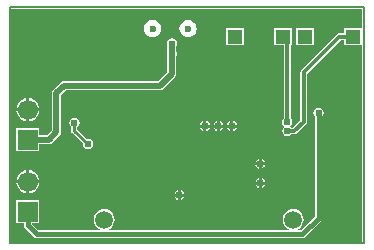
<source format=gbl>
G04*
G04 #@! TF.GenerationSoftware,Altium Limited,Altium Designer,20.0.1 (14)*
G04*
G04 Layer_Physical_Order=2*
G04 Layer_Color=16711680*
%FSLAX24Y24*%
%MOIN*%
G70*
G01*
G75*
%ADD15C,0.0060*%
%ADD16R,0.0500X0.0472*%
%ADD66C,0.0200*%
%ADD67C,0.0150*%
%ADD68C,0.0120*%
%ADD69C,0.0100*%
%ADD70C,0.0236*%
%ADD71R,0.0669X0.0669*%
%ADD72C,0.0669*%
%ADD73C,0.0240*%
%ADD74C,0.0591*%
G36*
X11750Y50D02*
X50D01*
Y7800D01*
X11750D01*
Y50D01*
D02*
G37*
%LPC*%
G36*
X5941Y7439D02*
X5866Y7429D01*
X5796Y7400D01*
X5736Y7354D01*
X5691Y7294D01*
X5662Y7225D01*
X5652Y7150D01*
X5662Y7075D01*
X5691Y7006D01*
X5736Y6946D01*
X5796Y6900D01*
X5866Y6871D01*
X5941Y6861D01*
X6015Y6871D01*
X6085Y6900D01*
X6145Y6946D01*
X6191Y7006D01*
X6219Y7075D01*
X6229Y7150D01*
X6219Y7225D01*
X6191Y7294D01*
X6145Y7354D01*
X6085Y7400D01*
X6015Y7429D01*
X5941Y7439D01*
D02*
G37*
G36*
X4759D02*
X4685Y7429D01*
X4615Y7400D01*
X4555Y7354D01*
X4509Y7294D01*
X4481Y7225D01*
X4471Y7150D01*
X4481Y7075D01*
X4509Y7006D01*
X4555Y6946D01*
X4615Y6900D01*
X4685Y6871D01*
X4759Y6861D01*
X4834Y6871D01*
X4904Y6900D01*
X4964Y6946D01*
X5009Y7006D01*
X5038Y7075D01*
X5048Y7150D01*
X5038Y7225D01*
X5009Y7294D01*
X4964Y7354D01*
X4904Y7400D01*
X4834Y7429D01*
X4759Y7439D01*
D02*
G37*
G36*
X10153Y7171D02*
X9553D01*
Y6599D01*
X10153D01*
Y7171D01*
D02*
G37*
G36*
X7803D02*
X7203D01*
Y6599D01*
X7803D01*
Y7171D01*
D02*
G37*
G36*
X650Y4831D02*
Y4500D01*
X981D01*
X975Y4550D01*
X936Y4644D01*
X874Y4724D01*
X794Y4786D01*
X700Y4825D01*
X650Y4831D01*
D02*
G37*
G36*
X550D02*
X500Y4825D01*
X406Y4786D01*
X326Y4724D01*
X264Y4644D01*
X225Y4550D01*
X219Y4500D01*
X550D01*
Y4831D01*
D02*
G37*
G36*
X981Y4400D02*
X650D01*
Y4069D01*
X700Y4075D01*
X794Y4114D01*
X874Y4176D01*
X936Y4256D01*
X975Y4350D01*
X981Y4400D01*
D02*
G37*
G36*
X550D02*
X219D01*
X225Y4350D01*
X264Y4256D01*
X326Y4176D01*
X406Y4114D01*
X500Y4075D01*
X550Y4069D01*
Y4400D01*
D02*
G37*
G36*
X7450Y4063D02*
Y3950D01*
X7563D01*
X7560Y3966D01*
X7523Y4023D01*
X7466Y4060D01*
X7450Y4063D01*
D02*
G37*
G36*
X7350D02*
X7334Y4060D01*
X7277Y4023D01*
X7240Y3966D01*
X7237Y3950D01*
X7350D01*
Y4063D01*
D02*
G37*
G36*
X7000D02*
Y3950D01*
X7113D01*
X7110Y3966D01*
X7073Y4023D01*
X7016Y4060D01*
X7000Y4063D01*
D02*
G37*
G36*
X6900D02*
X6884Y4060D01*
X6827Y4023D01*
X6790Y3966D01*
X6787Y3950D01*
X6900D01*
Y4063D01*
D02*
G37*
G36*
X6550D02*
Y3950D01*
X6663D01*
X6660Y3966D01*
X6623Y4023D01*
X6566Y4060D01*
X6550Y4063D01*
D02*
G37*
G36*
X6450D02*
X6434Y4060D01*
X6377Y4023D01*
X6340Y3966D01*
X6337Y3950D01*
X6450D01*
Y4063D01*
D02*
G37*
G36*
X11747Y7171D02*
X11147D01*
Y6997D01*
X10985D01*
X10942Y6989D01*
X10906Y6964D01*
X10906Y6964D01*
X9721Y5779D01*
X9696Y5743D01*
X9688Y5700D01*
X9688Y5700D01*
Y4096D01*
X9441Y3849D01*
X9381D01*
X9374Y3860D01*
X9330Y3889D01*
X9369Y3915D01*
X9407Y3971D01*
X9420Y4037D01*
X9407Y4103D01*
X9369Y4160D01*
X9359Y4167D01*
Y6599D01*
X9397D01*
Y7171D01*
X8797D01*
Y6599D01*
X9134D01*
Y4167D01*
X9124Y4160D01*
X9086Y4103D01*
X9073Y4037D01*
X9086Y3971D01*
X9124Y3915D01*
X9168Y3885D01*
X9129Y3860D01*
X9092Y3803D01*
X9078Y3737D01*
X9092Y3671D01*
X9129Y3614D01*
X9185Y3577D01*
X9252Y3564D01*
X9318Y3577D01*
X9374Y3614D01*
X9381Y3625D01*
X9487D01*
X9487Y3625D01*
X9530Y3633D01*
X9566Y3658D01*
X9879Y3971D01*
X9879Y3971D01*
X9904Y4007D01*
X9912Y4050D01*
X9912Y4050D01*
Y5654D01*
X11031Y6773D01*
X11147D01*
Y6599D01*
X11747D01*
Y7171D01*
D02*
G37*
G36*
X7563Y3850D02*
X7450D01*
Y3737D01*
X7466Y3740D01*
X7523Y3777D01*
X7560Y3834D01*
X7563Y3850D01*
D02*
G37*
G36*
X7350D02*
X7237D01*
X7240Y3834D01*
X7277Y3777D01*
X7334Y3740D01*
X7350Y3737D01*
Y3850D01*
D02*
G37*
G36*
X7113D02*
X7000D01*
Y3737D01*
X7016Y3740D01*
X7073Y3777D01*
X7110Y3834D01*
X7113Y3850D01*
D02*
G37*
G36*
X6900D02*
X6787D01*
X6790Y3834D01*
X6827Y3777D01*
X6884Y3740D01*
X6900Y3737D01*
Y3850D01*
D02*
G37*
G36*
X6663D02*
X6550D01*
Y3737D01*
X6566Y3740D01*
X6623Y3777D01*
X6660Y3834D01*
X6663Y3850D01*
D02*
G37*
G36*
X6450D02*
X6337D01*
X6340Y3834D01*
X6377Y3777D01*
X6434Y3740D01*
X6450Y3737D01*
Y3850D01*
D02*
G37*
G36*
X5400Y6823D02*
X5334Y6810D01*
X5277Y6773D01*
X5240Y6716D01*
X5227Y6650D01*
X5240Y6584D01*
X5247Y6573D01*
Y6377D01*
X5240Y6366D01*
X5227Y6300D01*
X5240Y6234D01*
X5247Y6223D01*
Y5713D01*
X4937Y5403D01*
X1800D01*
X1751Y5393D01*
X1741Y5391D01*
X1692Y5358D01*
X1442Y5108D01*
X1409Y5059D01*
X1397Y5000D01*
Y3763D01*
X1237Y3603D01*
X985D01*
Y3835D01*
X215D01*
Y3065D01*
X985D01*
Y3297D01*
X1300D01*
X1359Y3309D01*
X1408Y3342D01*
X1658Y3592D01*
X1691Y3641D01*
X1693Y3651D01*
X1703Y3700D01*
Y4937D01*
X1863Y5097D01*
X5000D01*
X5059Y5109D01*
X5108Y5142D01*
X5508Y5542D01*
X5541Y5591D01*
X5543Y5601D01*
X5553Y5650D01*
Y6223D01*
X5560Y6234D01*
X5573Y6300D01*
X5560Y6366D01*
X5553Y6377D01*
Y6573D01*
X5560Y6584D01*
X5573Y6650D01*
X5560Y6716D01*
X5523Y6773D01*
X5466Y6810D01*
X5400Y6823D01*
D02*
G37*
G36*
X2150Y4173D02*
X2084Y4160D01*
X2027Y4123D01*
X1990Y4066D01*
X1977Y4000D01*
X1990Y3934D01*
X2027Y3877D01*
X2048Y3864D01*
Y3750D01*
X2056Y3711D01*
X2078Y3678D01*
X2431Y3324D01*
X2427Y3300D01*
X2440Y3234D01*
X2477Y3177D01*
X2534Y3140D01*
X2600Y3127D01*
X2666Y3140D01*
X2723Y3177D01*
X2760Y3234D01*
X2773Y3300D01*
X2760Y3366D01*
X2723Y3423D01*
X2666Y3460D01*
X2600Y3473D01*
X2576Y3469D01*
X2252Y3792D01*
Y3864D01*
X2273Y3877D01*
X2310Y3934D01*
X2323Y4000D01*
X2310Y4066D01*
X2273Y4123D01*
X2216Y4160D01*
X2150Y4173D01*
D02*
G37*
G36*
X8400Y2813D02*
Y2700D01*
X8513D01*
X8510Y2716D01*
X8473Y2773D01*
X8416Y2810D01*
X8400Y2813D01*
D02*
G37*
G36*
X8300D02*
X8284Y2810D01*
X8227Y2773D01*
X8190Y2716D01*
X8187Y2700D01*
X8300D01*
Y2813D01*
D02*
G37*
G36*
X8513Y2600D02*
X8400D01*
Y2487D01*
X8416Y2490D01*
X8473Y2527D01*
X8510Y2584D01*
X8513Y2600D01*
D02*
G37*
G36*
X8300D02*
X8187D01*
X8190Y2584D01*
X8227Y2527D01*
X8284Y2490D01*
X8300Y2487D01*
Y2600D01*
D02*
G37*
G36*
X650Y2431D02*
Y2100D01*
X981D01*
X975Y2150D01*
X936Y2244D01*
X874Y2324D01*
X794Y2386D01*
X700Y2425D01*
X650Y2431D01*
D02*
G37*
G36*
X550D02*
X500Y2425D01*
X406Y2386D01*
X326Y2324D01*
X264Y2244D01*
X225Y2150D01*
X219Y2100D01*
X550D01*
Y2431D01*
D02*
G37*
G36*
X8400Y2163D02*
Y2050D01*
X8513D01*
X8510Y2066D01*
X8473Y2123D01*
X8416Y2160D01*
X8400Y2163D01*
D02*
G37*
G36*
X8300D02*
X8284Y2160D01*
X8227Y2123D01*
X8190Y2066D01*
X8187Y2050D01*
X8300D01*
Y2163D01*
D02*
G37*
G36*
X8513Y1950D02*
X8400D01*
Y1837D01*
X8416Y1840D01*
X8473Y1877D01*
X8510Y1934D01*
X8513Y1950D01*
D02*
G37*
G36*
X8300D02*
X8187D01*
X8190Y1934D01*
X8227Y1877D01*
X8284Y1840D01*
X8300Y1837D01*
Y1950D01*
D02*
G37*
G36*
X981Y2000D02*
X650D01*
Y1669D01*
X700Y1675D01*
X794Y1714D01*
X874Y1776D01*
X936Y1856D01*
X975Y1950D01*
X981Y2000D01*
D02*
G37*
G36*
X550D02*
X219D01*
X225Y1950D01*
X264Y1856D01*
X326Y1776D01*
X406Y1714D01*
X500Y1675D01*
X550Y1669D01*
Y2000D01*
D02*
G37*
G36*
X5700Y1763D02*
Y1650D01*
X5813D01*
X5810Y1666D01*
X5773Y1723D01*
X5716Y1760D01*
X5700Y1763D01*
D02*
G37*
G36*
X5600D02*
X5584Y1760D01*
X5527Y1723D01*
X5490Y1666D01*
X5487Y1650D01*
X5600D01*
Y1763D01*
D02*
G37*
G36*
X5813Y1550D02*
X5700D01*
Y1437D01*
X5716Y1440D01*
X5773Y1477D01*
X5810Y1534D01*
X5813Y1550D01*
D02*
G37*
G36*
X5600D02*
X5487D01*
X5490Y1534D01*
X5527Y1477D01*
X5584Y1440D01*
X5600Y1437D01*
Y1550D01*
D02*
G37*
G36*
X9449Y1136D02*
X9359Y1124D01*
X9275Y1089D01*
X9203Y1034D01*
X9147Y962D01*
X9112Y878D01*
X9101Y787D01*
X9112Y697D01*
X9147Y613D01*
X9203Y541D01*
X9275Y486D01*
X9359Y451D01*
X9449Y439D01*
X9539Y451D01*
X9623Y486D01*
X9695Y541D01*
X9750Y613D01*
X9785Y697D01*
X9797Y787D01*
X9785Y878D01*
X9750Y962D01*
X9695Y1034D01*
X9623Y1089D01*
X9539Y1124D01*
X9449Y1136D01*
D02*
G37*
G36*
X3150D02*
X3059Y1124D01*
X2975Y1089D01*
X2903Y1034D01*
X2848Y962D01*
X2813Y878D01*
X2801Y787D01*
X2813Y697D01*
X2848Y613D01*
X2903Y541D01*
X2975Y486D01*
X3059Y451D01*
X3150Y439D01*
X3240Y451D01*
X3324Y486D01*
X3396Y541D01*
X3451Y613D01*
X3486Y697D01*
X3498Y787D01*
X3486Y878D01*
X3451Y962D01*
X3396Y1034D01*
X3324Y1089D01*
X3240Y1124D01*
X3150Y1136D01*
D02*
G37*
G36*
X10292Y4515D02*
X10226Y4502D01*
X10170Y4465D01*
X10132Y4408D01*
X10119Y4342D01*
X10132Y4276D01*
X10165Y4227D01*
Y895D01*
X9697Y427D01*
X953D01*
X727Y653D01*
Y665D01*
X985D01*
Y1435D01*
X215D01*
Y665D01*
X473D01*
Y600D01*
X482Y551D01*
X510Y510D01*
X810Y210D01*
X851Y182D01*
X900Y173D01*
X9750D01*
X9799Y182D01*
X9840Y210D01*
X10382Y752D01*
X10410Y793D01*
X10420Y842D01*
Y4227D01*
X10452Y4276D01*
X10465Y4342D01*
X10452Y4408D01*
X10415Y4465D01*
X10358Y4502D01*
X10292Y4515D01*
D02*
G37*
%LPD*%
D15*
X0Y7874D02*
X11811D01*
Y0D02*
Y7874D01*
X0Y0D02*
X11811D01*
X0D02*
Y7874D01*
D16*
X11447Y6885D02*
D03*
X9853D02*
D03*
X9097D02*
D03*
X7503D02*
D03*
D66*
X5400Y6300D02*
Y6650D01*
X5000Y5250D02*
X5400Y5650D01*
Y6300D01*
X1800Y5250D02*
X5000D01*
X1550Y3700D02*
Y5000D01*
X1800Y5250D01*
X600Y3450D02*
X1300D01*
X1550Y3700D01*
D67*
X10292Y842D02*
Y4342D01*
X9750Y300D02*
X10292Y842D01*
X900Y300D02*
X9750D01*
X600Y600D02*
X900Y300D01*
X600Y600D02*
Y1050D01*
D68*
X9800Y4050D02*
Y5700D01*
X9487Y3737D02*
X9800Y4050D01*
X9252Y3737D02*
X9487D01*
X9247Y4037D02*
Y6736D01*
X9097Y6885D02*
X9247Y6736D01*
X9800Y5700D02*
X10985Y6885D01*
X11447D01*
D69*
X2150Y3750D02*
Y4000D01*
Y3750D02*
X2600Y3300D01*
D70*
X4759Y7150D02*
D03*
X5941D02*
D03*
D71*
X600Y1050D02*
D03*
Y3450D02*
D03*
D72*
Y2050D02*
D03*
Y4450D02*
D03*
D73*
X5650Y1600D02*
D03*
X8350Y2000D02*
D03*
Y2650D02*
D03*
X2150Y4000D02*
D03*
X2600Y3300D02*
D03*
X9252Y3737D02*
D03*
X9247Y4037D02*
D03*
X5400Y6650D02*
D03*
X10292Y4342D02*
D03*
X7400Y3900D02*
D03*
X6950D02*
D03*
X6500D02*
D03*
X5400Y6300D02*
D03*
D74*
X9449Y787D02*
D03*
X3150D02*
D03*
M02*

</source>
